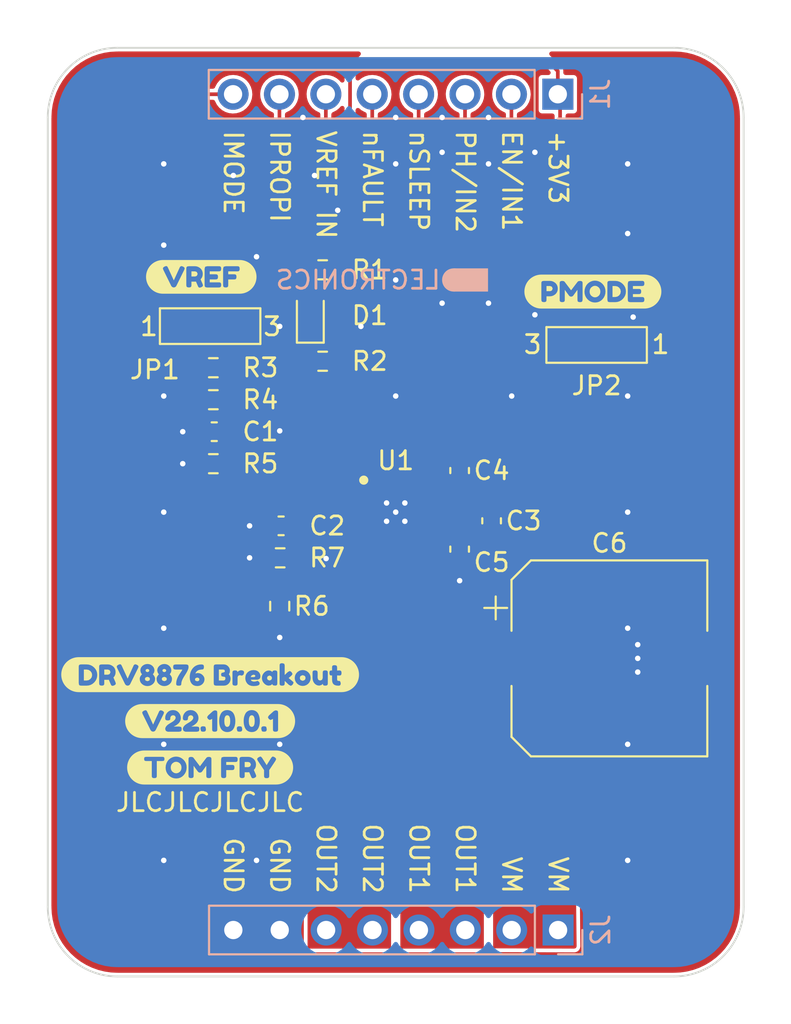
<source format=kicad_pcb>
(kicad_pcb (version 20211014) (generator pcbnew)
  (title_block (title "DRV8876 Breakout") (date "2022-10-04") (rev "V22.10.0.1") (company "Fried Electronics"))
  (layers (0 "F.Cu" signal) (31 "B.Cu" signal) (34 "B.Paste" user) (35 "F.Paste" user) (36 "B.SilkS" user "B.Silkscreen") (37 "F.SilkS" user "F.Silkscreen") (38 "B.Mask" user) (39 "F.Mask" user) (44 "Edge.Cuts" user))
  (net 0 "")
  (net 1 "/IPROPI")
  (net 2 "+3V3")
  (net 3 "/EN{slash}IN1")
  (net 4 "/PH{slash}IN2")
  (net 5 "/nSLEEP")
  (net 6 "/nFAULT")
  (net 7 "/PMODE")
  (net 8 "/IMODE")
  (net 9 "GND")
  (net 10 "/VREF Jumper")
  (net 11 "/VM")
  (net 12 "/VREF DAC In")
  (net 13 "/VCP")
  (net 14 "/VREF")
  (net 15 "/OUT1")
  (net 16 "/OUT2")
  (net 17 "/CPH")
  (net 18 "/CPL")
  (net 19 "/LED K")
  (footprint "Capacitor_SMD:C_0603_1608Metric" (layer "F.Cu") (at 137.385 76.88 180)
    (fp_text reference "C1" (at -2.525 0) (layer "F.SilkS"))
    (fp_text value "10uF")
    (pad "1" smd roundrect (at -0.775 0 180) (size 0.9 0.95) (layers "F.Cu" "F.Paste" "F.Mask") (net 14 "/VREF"))
    (pad "2" smd roundrect (at 0.775 0 180) (size 0.9 0.95) (layers "F.Cu" "F.Paste" "F.Mask") (net 9 "GND"))
  )
  (footprint "Resistor_SMD:R_0603_1608Metric" (layer "F.Cu") (at 137.335 75.13 180)
    (fp_text reference "R4" (at -2.575 0) (layer "F.SilkS"))
    (fp_text value "R_Small")
    (pad "1" smd roundrect (at -0.825 0 180) (size 0.8 0.95) (layers "F.Cu" "F.Paste" "F.Mask") (net 2 "+3V3"))
    (pad "2" smd roundrect (at 0.825 0 180) (size 0.8 0.95) (layers "F.Cu" "F.Paste" "F.Mask") (net 14 "/VREF"))
  )
  (footprint "kibuzzard-633DB2C4" (layer "F.Cu") (at 137.16 90.17)
    (fp_text reference "kibuzzard-633DB2C4" hide)
    (fp_text value "G***" hide)
  )
  (footprint "kibuzzard-633DB2E1" (layer "F.Cu") (at 137.16 92.71)
    (fp_text reference "kibuzzard-633DB2E1" hide)
    (fp_text value "G***" hide)
  )
  (footprint "DRV8876:VQFN16 DRV8876" (layer "F.Cu") (at 147.32 81.28)
    (fp_text reference "U1" (at 0 -2.82) (layer "F.SilkS"))
    (fp_text value "DRV8876")
    (pad "1" smd roundrect locked (at -1.4 -0.75) (size 0.6 0.24) (layers "F.Cu" "F.Paste" "F.Mask") (roundrect_rratio 0.2) (net 5 "/nSLEEP"))
    (pad "2" smd roundrect locked (at -1.4 -0.25) (size 0.6 0.24) (layers "F.Cu" "F.Paste" "F.Mask") (roundrect_rratio 0.2) (net 6 "/nFAULT"))
    (pad "3" smd roundrect locked (at -1.4 0.25) (size 0.6 0.24) (layers "F.Cu" "F.Paste" "F.Mask") (roundrect_rratio 0.2) (net 14 "/VREF"))
    (pad "4" smd roundrect locked (at -1.4 0.75) (size 0.6 0.24) (layers "F.Cu" "F.Paste" "F.Mask") (roundrect_rratio 0.2) (net 1 "/IPROPI"))
    (pad "5" smd roundrect locked (at -0.75 1.4 90) (size 0.6 0.24) (layers "F.Cu" "F.Paste" "F.Mask") (roundrect_rratio 0.2) (net 8 "/IMODE"))
    (pad "6" smd roundrect locked (at -0.25 1.4 90) (size 0.6 0.24) (layers "F.Cu" "F.Paste" "F.Mask") (roundrect_rratio 0.2) (net 16 "/OUT2"))
    (pad "7" smd roundrect locked (at 0.25 1.4 90) (size 0.6 0.24) (layers "F.Cu" "F.Paste" "F.Mask") (roundrect_rratio 0.2) (net 9 "GND"))
    (pad "8" smd roundrect locked (at 0.75 1.4 90) (size 0.6 0.24) (layers "F.Cu" "F.Paste" "F.Mask") (roundrect_rratio 0.2) (net 15 "/OUT1"))
    (pad "9" smd roundrect locked (at 1.4 0.75) (size 0.6 0.24) (layers "F.Cu" "F.Paste" "F.Mask") (roundrect_rratio 0.2) (net 11 "/VM"))
    (pad "10" smd roundrect locked (at 1.4 0.25) (size 0.6 0.24) (layers "F.Cu" "F.Paste" "F.Mask") (roundrect_rratio 0.2) (net 13 "/VCP"))
    (pad "11" smd roundrect locked (at 1.4 -0.25) (size 0.6 0.24) (layers "F.Cu" "F.Paste" "F.Mask") (roundrect_rratio 0.2) (net 17 "/CPH"))
    (pad "12" smd roundrect locked (at 1.4 -0.75) (size 0.6 0.24) (layers "F.Cu" "F.Paste" "F.Mask") (roundrect_rratio 0.2) (net 18 "/CPL"))
    (pad "13" smd roundrect locked (at 0 0) (size 1.68 1.68) (layers "F.Cu" "F.Paste" "F.Mask") (roundrect_rratio 0.02976190476) (net 9 "GND"))
    (pad "13" thru_hole circle locked (at 0 0) (size 0.5 0.5) (drill 0.3) (layers *.Cu *.Mask) (net 9 "GND"))
    (pad "13" smd roundrect locked (at 0.75 -1.4 90) (size 0.6 0.24) (layers "F.Cu" "F.Paste" "F.Mask") (roundrect_rratio 0.2) (net 9 "GND"))
    (pad "13" smd roundrect locked (at 0 0) (size 1.68 1.68) (layers "B.Cu" "B.Mask") (roundrect_rratio 0.02976190476) (net 9 "GND"))
    (pad "13" thru_hole circle locked (at 0.5 -0.5) (size 0.5 0.5) (drill 0.3) (layers *.Cu *.Mask) (net 9 "GND"))
    (pad "13" thru_hole circle locked (at -0.5 0.5) (size 0.5 0.5) (drill 0.3) (layers *.Cu *.Mask) (net 9 "GND"))
    (pad "13" thru_hole circle locked (at 0.5 0.5) (size 0.5 0.5) (drill 0.3) (layers *.Cu *.Mask) (net 9 "GND"))
    (pad "13" thru_hole circle locked (at -0.5 -0.5) (size 0.5 0.5) (drill 0.3) (layers *.Cu *.Mask) (net 9 "GND"))
    (pad "14" smd roundrect locked (at 0.25 -1.4 90) (size 0.6 0.24) (layers "F.Cu" "F.Paste" "F.Mask") (roundrect_rratio 0.2) (net 7 "/PMODE"))
    (pad "15" smd roundrect locked (at -0.25 -1.4 90) (size 0.6 0.24) (layers "F.Cu" "F.Paste" "F.Mask") (roundrect_rratio 0.2) (net 3 "/EN{slash}IN1"))
    (pad "16" smd roundrect locked (at -0.75 -1.4 90) (size 0.6 0.24) (layers "F.Cu" "F.Paste" "F.Mask") (roundrect_rratio 0.2) (net 4 "/PH{slash}IN2"))
  )
  (footprint "Capacitor_SMD:C_0603_1608Metric" (layer "F.Cu") (at 150.82 83.305 -90)
    (fp_text reference "C5" (at 0.725 -1.75 180) (layer "F.SilkS"))
    (fp_text value "100nF")
    (pad "1" smd roundrect (at -0.775 0 270) (size 0.9 0.95) (layers "F.Cu" "F.Paste" "F.Mask") (net 11 "/VM"))
    (pad "2" smd roundrect (at 0.775 0 270) (size 0.9 0.95) (layers "F.Cu" "F.Paste" "F.Mask") (net 9 "GND"))
  )
  (footprint "Resistor_SMD:R_0603_1608Metric" (layer "F.Cu") (at 140.97 86.423 -90)
    (fp_text reference "R6" (at 0 -1.75 180) (layer "F.SilkS"))
    (fp_text value "0R")
    (pad "1" smd roundrect (at -0.825 0 270) (size 0.8 0.95) (layers "F.Cu" "F.Paste" "F.Mask") (net 8 "/IMODE"))
    (pad "2" smd roundrect (at 0.825 0 270) (size 0.8 0.95) (layers "F.Cu" "F.Paste" "F.Mask") (net 9 "GND"))
  )
  (footprint "Resistor_SMD:R_0603_1608Metric" (layer "F.Cu") (at 140.995 83.78 180)
    (fp_text reference "R7" (at -2.575 0) (layer "F.SilkS"))
    (fp_text value "1k6")
    (pad "1" smd roundrect (at -0.825 0 180) (size 0.8 0.95) (layers "F.Cu" "F.Paste" "F.Mask") (net 1 "/IPROPI"))
    (pad "2" smd roundrect (at 0.825 0 180) (size 0.8 0.95) (layers "F.Cu" "F.Paste" "F.Mask") (net 9 "GND"))
  )
  (footprint "Resistor_SMD:R_0603_1608Metric" (layer "F.Cu") (at 143.32 73.025)
    (fp_text reference "R2" (at 2.575 0) (layer "F.SilkS"))
    (fp_text value "1k")
    (pad "1" smd roundrect (at -0.825 0) (size 0.8 0.95) (layers "F.Cu" "F.Paste" "F.Mask") (net 19 "/LED K"))
    (pad "2" smd roundrect (at 0.825 0) (size 0.8 0.95) (layers "F.Cu" "F.Paste" "F.Mask") (net 6 "/nFAULT"))
  )
  (footprint "Capacitor_SMD:C_0603_1608Metric" (layer "F.Cu") (at 150.82 79.005 90)
    (fp_text reference "C4" (at 0 1.75 180) (layer "F.SilkS"))
    (fp_text value "22nF")
    (pad "1" smd roundrect (at -0.775 0 90) (size 0.9 0.95) (layers "F.Cu" "F.Paste" "F.Mask") (net 17 "/CPH"))
    (pad "2" smd roundrect (at 0.775 0 90) (size 0.9 0.95) (layers "F.Cu" "F.Paste" "F.Mask") (net 18 "/CPL"))
  )
  (footprint "LED_SMD:LED_0603_1608Metric" (layer "F.Cu") (at 142.645 70.525 90)
    (fp_text reference "D1" (at 0 3.25 180) (layer "F.SilkS"))
    (fp_text value "KT-0603W White")
    (pad "1" smd roundrect (at -0.7875 0 90) (size 0.875 0.95) (layers "F.Cu" "F.Paste" "F.Mask") (net 19 "/LED K"))
    (pad "2" smd roundrect (at 0.7875 0 90) (size 0.875 0.95) (layers "F.Cu" "F.Paste" "F.Mask") (net 2 "+3V3"))
  )
  (footprint "MEPOS:Logo" (layer "F.Cu") (at 147.32 66.04)
    (fp_text reference "REF**")
    (fp_text value "Logo")
    (fp_text user "LECTRONICS" (at 2.54 2.54) (layer "B.SilkS") (effects (justify left mirror)))
  )
  (footprint "kibuzzard-633DB49D" (layer "F.Cu") (at 136.675 68.41)
    (fp_text reference "kibuzzard-633DB49D" hide)
    (fp_text value "G***" hide)
  )
  (footprint "kibuzzard-633DB48A" (layer "F.Cu") (at 158.115 69.215)
    (fp_text reference "kibuzzard-633DB48A" hide)
    (fp_text value "G***" hide)
  )
  (footprint "Resistor_SMD:R_0603_1608Metric" (layer "F.Cu") (at 137.335 73.38 180)
    (fp_text reference "R3" (at -2.575 0) (layer "F.SilkS"))
    (fp_text value "10k")
    (pad "1" smd roundrect (at -0.825 0 180) (size 0.8 0.95) (layers "F.Cu" "F.Paste" "F.Mask") (net 10 "/VREF Jumper"))
    (pad "2" smd roundrect (at 0.825 0 180) (size 0.8 0.95) (layers "F.Cu" "F.Paste" "F.Mask") (net 14 "/VREF"))
  )
  (footprint "Capacitor_SMD:C_0603_1608Metric" (layer "F.Cu") (at 141.045 82.03 180)
    (fp_text reference "C2" (at -2.525 0) (layer "F.SilkS"))
    (fp_text value "22nF")
    (pad "1" smd roundrect (at -0.775 0 180) (size 0.9 0.95) (layers "F.Cu" "F.Paste" "F.Mask") (net 1 "/IPROPI"))
    (pad "2" smd roundrect (at 0.775 0 180) (size 0.9 0.95) (layers "F.Cu" "F.Paste" "F.Mask") (net 9 "GND"))
  )
  (footprint "Jumper:SolderJumper-3_P2.0mm_Open_TrianglePad1.0x1.5mm_NumberLabels" (layer "F.Cu") (at 137.16 71.13)
    (fp_text reference "JP1" (at -3.025 2.36) (layer "F.SilkS"))
    (fp_text value "Vref Jumper")
    (fp_text user "1" (at -3.35 0) (layer "F.SilkS"))
    (fp_text user "3" (at 3.4 0) (layer "F.SilkS"))
    (pad "1" smd custom (at -2 0) (size 0.3 0.3) (layers "F.Cu" "F.Mask") (net 12 "/VREF DAC In") (options (clearance outline) (anchor rect)) (primitives (gr_poly (pts (xy 1 0) (xy 0.5 0.75) (xy -0.5 0.75) (xy -0.5 -0.75) (xy 0.5 -0.75)) (width 0) (fill yes))))
    (pad "2" smd custom (at 0 0) (size 0.3 0.3) (layers "F.Cu") (net 10 "/VREF Jumper") (options (clearance outline) (anchor rect)) (primitives (gr_poly (pts (xy 0.7 0) (xy 1.2 0.75) (xy -1.2 0.75) (xy -0.7 0) (xy -1.2 -0.75) (xy 1.2 -0.75)) (width 0) (fill yes))))
    (pad "3" smd custom (at 2 0 180) (size 0.3 0.3) (layers "F.Cu" "F.Mask") (net 2 "+3V3") (options (clearance outline) (anchor rect)) (primitives (gr_poly (pts (xy 1 0) (xy 0.5 0.75) (xy -0.5 0.75) (xy -0.5 -0.75) (xy 0.5 -0.75)) (width 0) (fill yes))))
  )
  (footprint "Capacitor_SMD:CP_Elec_10x10.5" (layer "F.Cu") (at 159.02 89.28)
    (fp_text reference "C6" (at 0 -6.3) (layer "F.SilkS"))
    (fp_text value "470uF")
    (pad "1" smd roundrect (at -4.2 0) (size 4.4 2.5) (layers "F.Cu" "F.Paste" "F.Mask") (roundrect_rratio 0.1) (net 11 "/VM"))
    (pad "2" smd roundrect (at 4.2 0) (size 4.4 2.5) (layers "F.Cu" "F.Paste" "F.Mask") (roundrect_rratio 0.1) (net 9 "GND"))
  )
  (footprint "Jumper:SolderJumper-3_P2.0mm_Open_TrianglePad1.0x1.5mm_NumberLabels" (layer "F.Cu") (at 158.32 72.11 180)
    (fp_text reference "JP2" (at 0 -2.25) (layer "F.SilkS"))
    (fp_text value "PMODE Jumper")
    (fp_text user "1" (at -3.5 0) (layer "F.SilkS"))
    (fp_text user "3" (at 3.5 0) (layer "F.SilkS"))
    (pad "1" smd custom (at -2 0 180) (size 0.3 0.3) (layers "F.Cu" "F.Mask") (net 9 "GND") (options (clearance outline) (anchor rect)) (primitives (gr_poly (pts (xy 1 0) (xy 0.5 0.75) (xy -0.5 0.75) (xy -0.5 -0.75) (xy 0.5 -0.75)) (width 0) (fill yes))))
    (pad "2" smd custom (at 0 0 180) (size 0.3 0.3) (layers "F.Cu") (net 7 "/PMODE") (options (clearance outline) (anchor rect)) (primitives (gr_poly (pts (xy 0.7 0) (xy 1.2 0.75) (xy -1.2 0.75) (xy -0.7 0) (xy -1.2 -0.75) (xy 1.2 -0.75)) (width 0) (fill yes))))
    (pad "3" smd custom (at 2 0) (size 0.3 0.3) (layers "F.Cu" "F.Mask") (net 2 "+3V3") (options (clearance outline) (anchor rect)) (primitives (gr_poly (pts (xy 1 0) (xy 0.5 0.75) (xy -0.5 0.75) (xy -0.5 -0.75) (xy 0.5 -0.75)) (width 0) (fill yes))))
  )
  (footprint "kibuzzard-633DB301" (layer "F.Cu") (at 137.16 95.25)
    (fp_text reference "kibuzzard-633DB301" hide)
    (fp_text value "G***" hide)
  )
  (footprint "Capacitor_SMD:C_0603_1608Metric" (layer "F.Cu") (at 152.57 81.755 90)
    (fp_text reference "C3" (at 0 1.75 180) (layer "F.SilkS"))
    (fp_text value "100nF")
    (pad "1" smd roundrect (at -0.775 0 90) (size 0.9 0.95) (layers "F.Cu" "F.Paste" "F.Mask") (net 11 "/VM"))
    (pad "2" smd roundrect (at 0.775 0 90) (size 0.9 0.95) (layers "F.Cu" "F.Paste" "F.Mask") (net 13 "/VCP"))
  )
  (footprint "Resistor_SMD:R_0603_1608Metric" (layer "F.Cu") (at 137.335 78.63 180)
    (fp_text reference "R5" (at -2.575 0) (layer "F.SilkS"))
    (fp_text value "R_Small")
    (pad "1" smd roundrect (at -0.825 0 180) (size 0.8 0.95) (layers "F.Cu" "F.Paste" "F.Mask") (net 14 "/VREF"))
    (pad "2" smd roundrect (at 0.825 0 180) (size 0.8 0.95) (layers "F.Cu" "F.Paste" "F.Mask") (net 9 "GND"))
  )
  (footprint "Resistor_SMD:R_0603_1608Metric" (layer "F.Cu") (at 143.32 68.025)
    (fp_text reference "R1" (at 2.575 0) (layer "F.SilkS"))
    (fp_text value "10k")
    (pad "1" smd roundrect (at -0.825 0) (size 0.8 0.95) (layers "F.Cu" "F.Paste" "F.Mask") (net 2 "+3V3"))
    (pad "2" smd roundrect (at 0.825 0) (size 0.8 0.95) (layers "F.Cu" "F.Paste" "F.Mask") (net 6 "/nFAULT"))
  )
  (footprint "Connector_PinHeader_2.54mm:PinHeader_1x08_P2.54mm_Vertical" (layer "B.Cu") (at 156.195 58.42 90)
    (fp_text reference "J1" (at 0 2.33 90) (layer "B.SilkS") (effects (justify mirror)))
    (fp_text value "Conn_01x08")
    (pad "1" thru_hole rect locked (at 0 0 90) (size 1.7 1.7) (drill 1) (layers *.Cu *.Mask) (net 2 "+3V3"))
    (pad "2" thru_hole oval locked (at 0 -2.54 90) (size 1.7 1.7) (drill 1) (layers *.Cu *.Mask) (net 3 "/EN{slash}IN1"))
    (pad "3" thru_hole oval locked (at 0 -5.08 90) (size 1.7 1.7) (drill 1) (layers *.Cu *.Mask) (net 4 "/PH{slash}IN2"))
    (pad "4" thru_hole oval locked (at 0 -7.62 90) (size 1.7 1.7) (drill 1) (layers *.Cu *.Mask) (net 5 "/nSLEEP"))
    (pad "5" thru_hole oval locked (at 0 -10.16 90) (size 1.7 1.7) (drill 1) (layers *.Cu *.Mask) (net 6 "/nFAULT"))
    (pad "6" thru_hole oval locked (at 0 -12.7 90) (size 1.7 1.7) (drill 1) (layers *.Cu *.Mask) (net 12 "/VREF DAC In"))
    (pad "7" thru_hole oval locked (at 0 -15.24 90) (size 1.7 1.7) (drill 1) (layers *.Cu *.Mask) (net 1 "/IPROPI"))
    (pad "8" thru_hole oval locked (at 0 -17.78 90) (size 1.7 1.7) (drill 1) (layers *.Cu *.Mask) (net 8 "/IMODE"))
  )
  (footprint "Connector_PinHeader_2.54mm:PinHeader_1x08_P2.54mm_Vertical" (layer "B.Cu") (at 156.21 104.14 90)
    (fp_text reference "J2" (at 0 2.33 90) (layer "B.SilkS") (effects (justify mirror)))
    (fp_text value "Conn_01x08")
    (pad "1" thru_hole rect locked (at 0 0 90) (size 1.7 1.7) (drill 1) (layers *.Cu *.Mask) (net 11 "/VM"))
    (pad "2" thru_hole oval locked (at 0 -2.54 90) (size 1.7 1.7) (drill 1) (layers *.Cu *.Mask) (net 11 "/VM"))
    (pad "3" thru_hole oval locked (at 0 -5.08 90) (size 1.7 1.7) (drill 1) (layers *.Cu *.Mask) (net 15 "/OUT1"))
    (pad "4" thru_hole oval locked (at 0 -7.62 90) (size 1.7 1.7) (drill 1) (layers *.Cu *.Mask) (net 15 "/OUT1"))
    (pad "5" thru_hole oval locked (at 0 -10.16 90) (size 1.7 1.7) (drill 1) (layers *.Cu *.Mask) (net 16 "/OUT2"))
    (pad "6" thru_hole oval locked (at 0 -12.7 90) (size 1.7 1.7) (drill 1) (layers *.Cu *.Mask) (net 16 "/OUT2"))
    (pad "7" thru_hole oval locked (at 0 -15.24 90) (size 1.7 1.7) (drill 1) (layers *.Cu *.Mask) (net 9 "GND"))
    (pad "8" thru_hole oval locked (at 0 -17.78 90) (size 1.7 1.7) (drill 1) (layers *.Cu *.Mask) (net 9 "GND"))
  )
  (gr_arc locked (start 162.56 55.88) (mid 165.254077 56.995923) (end 166.37 59.69) (layer "Edge.Cuts") (width 0.1))
  (gr_line locked (start 128.27 102.87) (end 128.27 59.69) (layer "Edge.Cuts") (width 0.1))
  (gr_arc locked (start 132.08 106.68) (mid 129.385923 105.564077) (end 128.27 102.87) (layer "Edge.Cuts") (width 0.1))
  (gr_line locked (start 132.08 55.88) (end 162.56 55.88) (layer "Edge.Cuts") (width 0.1))
  (gr_line locked (start 166.37 59.69) (end 166.37 102.87) (layer "Edge.Cuts") (width 0.1))
  (gr_arc locked (start 166.37 102.87) (mid 165.254077 105.564077) (end 162.56 106.68) (layer "Edge.Cuts") (width 0.1))
  (gr_line locked (start 132.08 106.68) (end 162.56 106.68) (layer "Edge.Cuts") (width 0.1))
  (gr_arc locked (start 128.27 59.69) (mid 129.385923 56.995923) (end 132.08 55.88) (layer "Edge.Cuts") (width 0.1))
  (gr_text "VM" (at 156.21 102.235 270) (layer "F.SilkS") (effects (font (size 1 1)) (justify right)))
  (gr_text "+3V3" (at 156.21 60.325 270) (layer "F.SilkS") (effects (font (size 1 1)) (justify left)))
  (gr_text "OUT2" (at 143.51 102.235 270) (layer "F.SilkS") (effects (font (size 1 1)) (justify right)))
  (gr_text "IPROPI" (at 140.97 60.325 270) (layer "F.SilkS") (effects (font (size 1 1)) (justify left)))
  (gr_text "OUT2" (at 146.05 102.235 270) (layer "F.SilkS") (effects (font (size 1 1)) (justify right)))
  (gr_text "JLCJLCJLCJLC" (at 137.16 97.155) (layer "F.SilkS") (effects (font (size 1 1))))
  (gr_text "OUT1" (at 148.59 102.235 270) (layer "F.SilkS") (effects (font (size 1 1)) (justify right)))
  (gr_text "OUT1" (at 151.13 102.235 270) (layer "F.SilkS") (effects (font (size 1 1)) (justify right)))
  (gr_text "EN/IN1\n" (at 153.67 60.325 270) (layer "F.SilkS") (effects (font (size 1 1)) (justify left)))
  (gr_text "nSLEEP" (at 148.59 60.325 270) (layer "F.SilkS") (effects (font (size 1 1)) (justify left)))
  (gr_text "PH/IN2\n" (at 151.13 60.325 270) (layer "F.SilkS") (effects (font (size 1 1)) (justify left)))
  (gr_text "GND" (at 138.43 102.235 270) (layer "F.SilkS") (effects (font (size 1 1)) (justify right)))
  (gr_text "VREF IN\n" (at 143.51 60.325 270) (layer "F.SilkS") (effects (font (size 1 1)) (justify left)))
  (gr_text "IMODE" (at 138.43 60.325 270) (layer "F.SilkS") (effects (font (size 1 1)) (justify left)))
  (gr_text "VM" (at 153.67 102.235 270) (layer "F.SilkS") (effects (font (size 1 1)) (justify right)))
  (gr_text "GND" (at 140.97 102.235 270) (layer "F.SilkS") (effects (font (size 1 1)) (justify right)))
  (gr_text "nFAULT" (at 146.05 60.325 270) (layer "F.SilkS") (effects (font (size 1 1)) (justify left)))
  (segment (start 141.82 81.495) (end 140.335 80.01) (width 0.2) (layer "F.Cu") (net 1))
  (segment (start 141.82 82.03) (end 145.92 82.03) (width 0.2) (layer "F.Cu") (net 1))
  (segment (start 140.955 60.3325) (end 140.955 58.42) (width 0.2) (layer "F.Cu") (net 1))
  (segment (start 135.255 80.01) (end 133.35 78.105) (width 0.2) (layer "F.Cu") (net 1))
  (segment (start 133.35 78.105) (end 133.35 65.580726) (width 0.2) (layer "F.Cu") (net 1))
  (segment (start 141.82 83.78) (end 141.82 82.03) (width 0.2) (layer "F.Cu") (net 1))
  (segment (start 140.335 80.01) (end 135.255 80.01) (width 0.2) (layer "F.Cu") (net 1))
  (segment (start 141.82 82.03) (end 141.82 81.495) (width 0.2) (layer "F.Cu") (net 1))
  (segment (start 137.335726 61.595) (end 139.6925 61.595) (width 0.2) (layer "F.Cu") (net 1))
  (segment (start 133.35 65.580726) (end 137.335726 61.595) (width 0.2) (layer "F.Cu") (net 1))
  (segment (start 139.6925 61.595) (end 140.955 60.3325) (width 0.2) (layer "F.Cu") (net 1))
  (segment (start 156.32 72.11) (end 156.32 58.545) (width 0.2) (layer "F.Cu") (net 2))
  (segment (start 144.82 62.859997) (end 142.495 65.184997) (width 0.2) (layer "F.Cu") (net 2))
  (segment (start 155.57 56.53) (end 145.57 56.53) (width 0.2) (layer "F.Cu") (net 2))
  (segment (start 139.16 74.13) (end 138.16 75.13) (width 0.2) (layer "F.Cu") (net 2))
  (segment (start 156.195 58.42) (end 156.195 57.155) (width 0.2) (layer "F.Cu") (net 2))
  (segment (start 156.195 57.155) (end 155.57 56.53) (width 0.2) (layer "F.Cu") (net 2))
  (segment (start 156.32 58.545) (end 156.195 58.42) (width 0.2) (layer "F.Cu") (net 2))
  (segment (start 142.645 69.7375) (end 142.645 68.5725) (width 0.2) (layer "F.Cu") (net 2))
  (segment (start 145.57 56.53) (end 144.82 57.28) (width 0.2) (layer "F.Cu") (net 2))
  (segment (start 142.495 65.184997) (end 142.495 68.025) (width 0.2) (layer "F.Cu") (net 2))
  (segment (start 142.645 69.7375) (end 140.5525 69.7375) (width 0.2) (layer "F.Cu") (net 2))
  (segment (start 139.16 71.13) (end 139.16 74.13) (width 0.2) (layer "F.Cu") (net 2))
  (segment (start 142.645 68.175) (end 142.495 68.025) (width 0.2) (layer "F.Cu") (net 2))
  (segment (start 140.5525 69.7375) (end 139.16 71.13) (width 0.2) (layer "F.Cu") (net 2))
  (segment (start 142.645 69.7375) (end 142.645 68.175) (width 0.2) (layer "F.Cu") (net 2))
  (segment (start 144.82 57.28) (end 144.82 62.859997) (width 0.2) (layer "F.Cu") (net 2))
  (segment (start 153.655 58.42) (end 153.655 71.77) (width 0.2) (layer "F.Cu") (net 3))
  (segment (start 147.07 78.355) (end 147.07 79.88) (width 0.2) (layer "F.Cu") (net 3))
  (segment (start 153.655 71.77) (end 147.07 78.355) (width 0.2) (layer "F.Cu") (net 3))
  (segment (start 146.57 79.88) (end 146.57 76.95) (width 0.2) (layer "F.Cu") (net 4))
  (segment (start 146.57 76.95) (end 151.115 72.405) (width 0.2) (layer "F.Cu") (net 4))
  (segment (start 151.115 72.405) (end 151.115 58.42) (width 0.2) (layer "F.Cu") (net 4))
  (segment (start 148.575 71.275) (end 148.575 58.42) (width 0.2) (layer "F.Cu") (net 5))
  (segment (start 144.57 75.28) (end 148.575 71.275) (width 0.2) (layer "F.Cu") (net 5))
  (segment (start 144.57 80.28) (end 144.57 75.28) (width 0.2) (layer "F.Cu") (net 5))
  (segment (start 144.82 80.53) (end 144.57 80.28) (width 0.2) (layer "F.Cu") (net 5))
  (segment (start 145.92 80.53) (end 144.82 80.53) (width 0.2) (layer "F.Cu") (net 5))
  (segment (start 144.07 65.763548) (end 144.07 81.03) (width 0.2) (layer "F.Cu") (net 6))
  (segment (start 146.035 63.798548) (end 144.07 65.763548) (width 0.2) (layer "F.Cu") (net 6))
  (segment (start 146.035 58.42) (end 146.035 63.798548) (width 0.2) (layer "F.Cu") (net 6))
  (segment (start 144.11 67.99) (end 144.145 68.025) (width 0.2) (layer "F.Cu") (net 6))
  (segment (start 144.07 81.03) (end 145.92 81.03) (width 0.2) (layer "F.Cu") (net 6))
  (segment (start 150.299533 76.835) (end 156.845 76.835) (width 0.2) (layer "F.Cu") (net 7))
  (segment (start 158.32 75.36) (end 158.32 72.82) (width 0.2) (layer "F.Cu") (net 7))
  (segment (start 147.57 79.564533) (end 150.299533 76.835) (width 0.2) (layer "F.Cu") (net 7))
  (segment (start 156.845 76.835) (end 158.32 75.36) (width 0.2) (layer "F.Cu") (net 7))
  (segment (start 147.57 79.88) (end 147.57 79.564533) (width 0.2) (layer "F.Cu") (net 7))
  (segment (start 145.17 82.68) (end 144.82 83.03) (width 0.2) (layer "F.Cu") (net 8))
  (segment (start 134.493 85.598) (end 130.81 81.915) (width 0.2) (layer "F.Cu") (net 8))
  (segment (start 130.81 61.595) (end 133.985 58.42) (width 0.2) (layer "F.Cu") (net 8))
  (segment (start 133.985 58.42) (end 138.415 58.42) (width 0.2) (layer "F.Cu") (net 8))
  (segment (start 144.5895 85.598) (end 134.493 85.598) (width 0.2) (layer "F.Cu") (net 8))
  (segment (start 146.57 82.68) (end 145.17 82.68) (width 0.2) (layer "F.Cu") (net 8))
  (segment (start 130.81 81.915) (end 130.81 61.595) (width 0.2) (layer "F.Cu") (net 8))
  (segment (start 144.82 85.3675) (end 144.5895 85.598) (width 0.2) (layer "F.Cu") (net 8))
  (segment (start 144.82 83.03) (end 144.82 85.3675) (width 0.2) (layer "F.Cu") (net 8))
  (segment (start 148.07 80.53) (end 147.32 81.28) (width 0.3) (layer "F.Cu") (net 9))
  (segment (start 163.22 89.28) (end 162.47 90.03) (width 0.5) (layer "F.Cu") (net 9))
  (segment (start 162.47 88.53) (end 160.57 88.53) (width 0.5) (layer "F.Cu") (net 9))
  (segment (start 140.97 88.138) (end 140.97 87.185) (width 0.5) (layer "F.Cu") (net 9))
  (segment (start 140.27 82.03) (end 139.32 82.03) (width 0.5) (layer "F.Cu") (net 9))
  (segment (start 136.51 78.63) (end 135.66 78.63) (width 0.5) (layer "F.Cu") (net 9))
  (segment (start 147.57 81.53) (end 147.32 81.28) (width 0.3) (layer "F.Cu") (net 9))
  (segment (start 136.61 76.88) (end 135.66 76.88) (width 0.5) (layer "F.Cu") (net 9))
  (segment (start 147.57 82.68) (end 147.57 81.53) (width 0.3) (layer "F.Cu") (net 9))
  (segment (start 163.22 89.28) (end 162.47 88.53) (width 0.5) (layer "F.Cu") (net 9))
  (segment (start 148.07 79.88) (end 148.07 80.53) (width 0.3) (layer "F.Cu") (net 9))
  (segment (start 140.17 83.78) (end 139.32 83.78) (width 0.5) (layer "F.Cu") (net 9))
  (segment (start 162.47 90.03) (end 160.57 90.03) (width 0.5) (layer "F.Cu") (net 9))
  (segment (start 160.32 72.11) (end 160.32 70.61) (width 0.2) (layer "F.Cu") (net 9))
  (segment (start 163.22 89.28) (end 160.57 89.28) (width 0.5) (layer "F.Cu") (net 9))
  (segment (start 150.82 84.08) (end 150.82 85.03) (width 0.5) (layer "F.Cu") (net 9))
  (via (at 140.97 93.98) (size 0.7) (drill 0.3) (layers "F.Cu" "B.Cu") (net 9))
  (via (at 154.94 70.485) (size 0.7) (drill 0.3) (layers "F.Cu" "B.Cu") (net 9))
  (via (at 160.57 90.03) (size 0.7) (drill 0.3) (layers "F.Cu" "B.Cu") (net 9))
  (via (at 160.02 81.28) (size 0.7) (drill 0.3) (layers "F.Cu" "B.Cu") (net 9))
  (via (at 160.02 62.23) (size 0.7) (drill 0.3) (layers "F.Cu" "B.Cu") (net 9))
  (via (at 160.02 100.33) (size 0.7) (drill 0.3) (layers "F.Cu" "B.Cu") (net 9))
  (via (at 134.62 74.93) (size 0.7) (drill 0.3) (layers "F.Cu" "B.Cu") (net 9))
  (via (at 143.51 83.82) (size 0.7) (drill 0.3) (layers "F.Cu" "B.Cu") (net 9))
  (via (at 139.32 82.03) (size 0.7) (drill 0.3) (layers "F.Cu" "B.Cu") (net 9))
  (via (at 149.86 59.69) (size 0.7) (drill 0.3) (layers "F.Cu" "B.Cu") (net 9))
  (via (at 147.32 62.23) (size 0.7) (drill 0.3) (layers "F.Cu" "B.Cu") (net 9))
  (via (at 160.57 88.53) (size 0.7) (drill 0.3) (layers "F.Cu" "B.Cu") (net 9))
  (via (at 152.4 62.23) (size 0.7) (drill 0.3) (layers "F.Cu" "B.Cu") (net 9))
  (via (at 134.62 62.23) (size 0.7) (drill 0.3) (layers "F.Cu" "B.Cu") (net 9))
  (via (at 160.02 87.63) (size 0.7) (drill 0.3) (layers "F.Cu" "B.Cu") (net 9))
  (via (at 147.32 68.58) (size 0.7) (drill 0.3) (layers "F.Cu" "B.Cu") (net 9))
  (via (at 152.4 69.85) (size 0.7) (drill 0.3) (layers "F.Cu" "B.Cu") (net 9))
  (via (at 142.875 62.865) (size 0.7) (drill 0.3) (layers "F.Cu" "B.Cu") (net 9))
  (via (at 142.24 59.69) (size 0.7) (drill 0.3) (layers "F.Cu" "B.Cu") (net 9))
  (via (at 150.82 85.03) (size 0.7) (drill 0.3) (layers "F.Cu" "B.Cu") (net 9))
  (via (at 145.415 71.12) (size 0.7) (drill 0.3) (layers "F.Cu" "B.Cu") (net 9))
  (via (at 160.02 93.98) (size 0.7) (drill 0.3) (layers "F.Cu" "B.Cu") (net 9))
  (via (at 160.02 66.04) (size 0.7) (drill 0.3) (layers "F.Cu" "B.Cu") (net 9))
  (via (at 139.7 67.31) (size 0.7) (drill 0.3) (layers "F.Cu" "B.Cu") (net 9))
  (via (at 147.32 59.69) (size 0.7) (drill 0.3) (layers "F.Cu" "B.Cu") (net 9))
  (via (at 135.66 76.88) (size 0.7) (drill 0.3) (layers "F.Cu" "B.Cu") (net 9))
  (via (at 152.4 59.69) (size 0.7) (drill 0.3) (layers "F.Cu" "B.Cu") (net 9))
  (via (at 139.7 100.33) (size 0.7) (drill 0.3) (layers "F.Cu" "B.Cu") (net 9))
  (via (at 140.97 88.138) (size 0.7) (drill 0.3) (layers "F.Cu" "B.Cu") (net 9))
  (via (at 144.145 64.77) (size 0.7) (drill 0.3) (layers "F.Cu" "B.Cu") (net 9))
  (via (at 160.02 74.93) (size 0.7) (drill 0.3) (layers "F.Cu" "B.Cu") (net 9))
  (via (at 139.32 83.78) (size 0.7) (drill 0.3) (layers "F.Cu" "B.Cu") (net 9))
  (via (at 160.32 70.61) (size 0.7) (drill 0.3) (layers "F.Cu" "B.Cu") (net 9))
  (via (at 134.62 93.98) (size 0.7) (drill 0.3) (layers "F.Cu" "B.Cu") (net 9))
  (via (at 147.32 74.93) (size 0.7) (drill 0.3) (layers "F.Cu" "B.Cu") (net 9))
  (via (at 134.62 66.675) (size 0.7) (drill 0.3) (layers "F.Cu" "B.Cu") (net 9))
  (via (at 149.86 61.595) (size 0.7) (drill 0.3) (layers "F.Cu" "B.Cu") (net 9))
  (via (at 140.97 71.12) (size 0.7) (drill 0.3) (layers "F.Cu" "B.Cu") (net 9))
  (via (at 134.62 100.33) (size 0.7) (drill 0.3) (layers "F.Cu" "B.Cu") (net 9))
  (via (at 149.86 69.85) (size 0.7) (drill 0.3) (layers "F.Cu" "B.Cu") (net 9))
  (via (at 134.62 81.28) (size 0.7) (drill 0.3) (layers "F.Cu" "B.Cu") (net 9))
  (via (at 154.94 61.595) (size 0.7) (drill 0.3) (layers "F.Cu" "B.Cu") (net 9))
  (via (at 138.43 62.865) (size 0.7) (drill 0.3) (layers "F.Cu" "B.Cu") (net 9))
  (via (at 140.97 76.835) (size 0.7) (drill 0.3) (layers "F.Cu" "B.Cu") (net 9))
  (via (at 135.66 78.63) (size 0.7) (drill 0.3) (layers "F.Cu" "B.Cu") (net 9))
  (via (at 153.67 74.93) (size 0.7) (drill 0.3) (layers "F.Cu" "B.Cu") (net 9))
  (via (at 160.57 89.28) (size 0.7) (drill 0.3) (layers "F.Cu" "B.Cu") (net 9))
  (via (at 134.62 87.63) (size 0.7) (drill 0.3) (layers "F.Cu" "B.Cu") (net 9))
  (segment (start 137.16 72.38) (end 138.16 73.38) (width 0.2) (layer "F.Cu") (net 10))
  (segment (start 137.16 71.13) (end 137.16 72.38) (width 0.2) (layer "F.Cu") (net 10))
  (segment (start 148.72 82.03) (end 149.57 82.03) (width 0.3) (layer "F.Cu") (net 11))
  (segment (start 156.21 104.14) (end 153.67 104.14) (width 0.5) (layer "F.Cu") (net 11))
  (segment (start 154.82 89.28) (end 154.82 101.03) (width 0.5) (layer "F.Cu") (net 11))
  (segment (start 152.57 82.53) (end 154.32 82.53) (width 0.5) (layer "F.Cu") (net 11))
  (segment (start 154.82 101.03) (end 153.67 102.18) (width 0.5) (layer "F.Cu") (net 11))
  (segment (start 153.67 102.18) (end 153.67 104.14) (width 0.5) (layer "F.Cu") (net 11))
  (segment (start 154.32 82.53) (end 154.82 83.03) (width 0.5) (layer "F.Cu") (net 11))
  (segment (start 150.82 82.53) (end 150.36952 82.07952) (width 0.5) (layer "F.Cu") (net 11))
  (segment (start 150.36952 82.07952) (end 149.57 82.07952) (width 0.5) (layer "F.Cu") (net 11))
  (segment (start 150.82 82.53) (end 152.57 82.53) (width 0.5) (layer "F.Cu") (net 11))
  (segment (start 154.82 83.03) (end 154.82 89.28) (width 0.5) (layer "F.Cu") (net 11))
  (segment (start 135.16 69.31) (end 135.16 71.13) (width 0.2) (layer "F.Cu") (net 12))
  (segment (start 143.495 58.42) (end 143.495 60.975) (width 0.2) (layer "F.Cu") (net 12))
  (segment (start 143.495 60.975) (end 135.16 69.31) (width 0.2) (layer "F.Cu") (net 12))
  (segment (start 148.72 81.53) (end 152.02 81.53) (width 0.2) (layer "F.Cu") (net 13))
  (segment (start 152.02 81.53) (end 152.57 80.98) (width 0.2) (layer "F.Cu") (net 13))
  (segment (start 138.16 78.63) (end 140.67 78.63) (width 0.2) (layer "F.Cu") (net 14))
  (segment (start 136.51 75.70548) (end 136.91 76.10548) (width 0.2) (layer "F.Cu") (net 14))
  (segment (start 138.16 76.505) (end 138.16 76.88) (width 0.2) (layer "F.Cu") (net 14))
  (segment (start 136.51 73.38) (end 136.51 75.13) (width 0.2) (layer "F.Cu") (net 14))
  (segment (start 137.76048 76.10548) (end 138.16 76.505) (width 0.2) (layer "F.Cu") (net 14))
  (segment (start 136.51 75.13) (end 136.51 75.70548) (width 0.2) (layer "F.Cu") (net 14))
  (segment (start 143.57 81.53) (end 145.92 81.53) (width 0.2) (layer "F.Cu") (net 14))
  (segment (start 140.67 78.63) (end 143.57 81.53) (width 0.2) (layer "F.Cu") (net 14))
  (segment (start 138.16 76.88) (end 138.16 78.63) (width 0.2) (layer "F.Cu") (net 14))
  (segment (start 136.91 76.10548) (end 137.76048 76.10548) (width 0.2) (layer "F.Cu") (net 14))
  (segment (start 148.59 104.14) (end 151.13 104.14) (width 0.3) (layer "F.Cu") (net 15))
  (segment (start 148.59 104.775) (end 148.59 85.685) (width 0.5) (layer "F.Cu") (net 15))
  (segment (start 148.07 85.165) (end 148.07 83.28) (width 0.5) (layer "F.Cu") (net 15))
  (segment (start 148.07 82.68) (end 148.07 83.28) (width 0.3) (layer "F.Cu") (net 15))
  (segment (start 148.59 85.685) (end 148.07 85.165) (width 0.5) (layer "F.Cu") (net 15))
  (segment (start 146.05 104.1) (end 146.05 84.3) (width 0.5) (layer "F.Cu") (net 16))
  (segment (start 147.07 82.68) (end 147.07 83.28) (width 0.3) (layer "F.Cu") (net 16))
  (segment (start 146.05 84.3) (end 147.07 83.28) (width 0.5) (layer "F.Cu") (net 16))
  (segment (start 143.51 104.14) (end 146.05 104.14) (width 0.5) (layer "F.Cu") (net 16))
  (segment (start 150.32 81.03) (end 148.72 81.03) (width 0.2) (layer "F.Cu") (net 17))
  (segment (start 150.82 79.78) (end 150.82 80.53) (width 0.2) (layer "F.Cu") (net 17))
  (segment (start 150.82 80.53) (end 150.32 81.03) (width 0.2) (layer "F.Cu") (net 17))
  (segment (start 149.82 80.28) (end 149.82 78.53) (width 0.2) (layer "F.Cu") (net 18))
  (segment (start 150.12 78.23) (end 150.82 78.23) (width 0.2) (layer "F.Cu") (net 18))
  (segment (start 149.57 80.53) (end 149.82 80.28) (width 0.2) (layer "F.Cu") (net 18))
  (segment (start 149.82 78.53) (end 150.12 78.23) (width 0.2) (layer "F.Cu") (net 18))
  (segment (start 148.72 80.53) (end 149.57 80.53) (width 0.2) (layer "F.Cu") (net 18))
  (segment (start 142.495 71.4625) (end 142.645 71.3125) (width 0.2) (layer "F.Cu") (net 19))
  (segment (start 142.495 73.025) (end 142.495 71.4625) (width 0.2) (layer "F.Cu") (net 19))
  (zone locked (net 9) (net_name "GND") (layer "F.Cu") (name "Front_GND") (connect_pads yes (clearance 0.2)) (min_thickness 0.254) (fill yes (thermal_gap 0.508) (thermal_bridge_width 0.508))
    (polygon (pts (xy 167.64 107.95) (xy 127 107.95) (xy 127 54.61) (xy 167.64 54.61)))
  )
  (zone (net 11) (net_name "/VM") (layer "F.Cu") (priority 1) (connect_pads yes (clearance 0.01)) (min_thickness 0.254) (fill yes (thermal_gap 0.508) (thermal_bridge_width 0.508))
    (polygon (pts (xy 157.226 105.156) (xy 152.654 105.14302) (xy 152.654 83.058) (xy 149.86 83.058) (xy 149.86 81.788) (xy 156.972 81.788)))
  )
  (zone (net 16) (net_name "/OUT2") (layer "F.Cu") (priority 1) (connect_pads yes (clearance 0.01)) (min_thickness 0.254) (fill yes (thermal_gap 0.508) (thermal_bridge_width 0.508))
    (polygon (pts (xy 147.066 105.156) (xy 142.494 105.156) (xy 142.494 86.106) (xy 145.288 86.106) (xy 145.288 83.328) (xy 147.066 83.328)))
  )
  (zone (net 15) (net_name "/OUT1") (layer "F.Cu") (priority 1) (connect_pads yes (clearance 0.01)) (min_thickness 0.254) (fill yes (thermal_gap 0.508) (thermal_bridge_width 0.508))
    (polygon (pts (xy 149.606 85.852) (xy 152.146 85.852) (xy 152.146 103.124) (xy 152.146 105.156) (xy 147.574 105.156) (xy 147.574 83.312) (xy 149.606 83.312)))
  )
  (zone locked (net 9) (net_name "GND") (layer "B.Cu") (priority 1) (connect_pads yes (clearance 0.508)) (min_thickness 0.254) (fill yes (thermal_gap 0.508) (thermal_bridge_width 0.508))
    (polygon (pts (xy 167.005 107.315) (xy 127.635 107.315) (xy 127.635 55.245) (xy 167.005 55.245)))
  )
)
</source>
